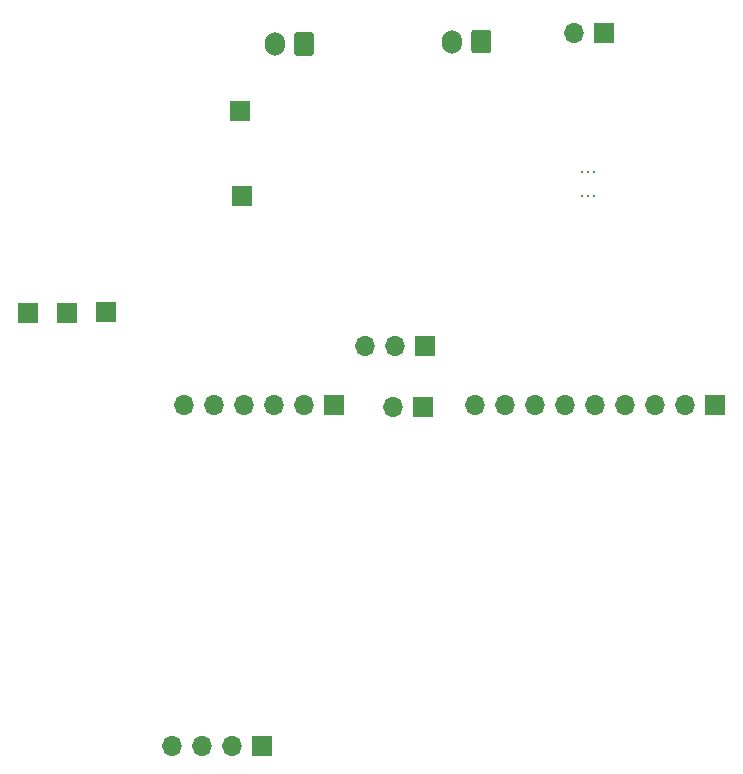
<source format=gbr>
%TF.GenerationSoftware,KiCad,Pcbnew,(5.1.8)-1*%
%TF.CreationDate,2021-01-16T10:33:32-08:00*%
%TF.ProjectId,spl_prototype,73706c5f-7072-46f7-946f-747970652e6b,rev?*%
%TF.SameCoordinates,Original*%
%TF.FileFunction,Soldermask,Bot*%
%TF.FilePolarity,Negative*%
%FSLAX46Y46*%
G04 Gerber Fmt 4.6, Leading zero omitted, Abs format (unit mm)*
G04 Created by KiCad (PCBNEW (5.1.8)-1) date 2021-01-16 10:33:32*
%MOMM*%
%LPD*%
G01*
G04 APERTURE LIST*
%ADD10O,1.700000X1.700000*%
%ADD11R,1.700000X1.700000*%
%ADD12C,0.200000*%
%ADD13O,1.700000X2.000000*%
G04 APERTURE END LIST*
D10*
%TO.C,J6*%
X139510000Y-22600000D03*
D11*
X142050000Y-22600000D03*
%TD*%
D12*
%TO.C,U7*%
X140260000Y-36350000D03*
X141260000Y-36350000D03*
X141260000Y-34350000D03*
X140260000Y-34350000D03*
X140760000Y-36350000D03*
X140760000Y-34350000D03*
%TD*%
D10*
%TO.C,TP2*%
X124260000Y-54200000D03*
D11*
X126800000Y-54200000D03*
%TD*%
%TO.C,TP7*%
X111400000Y-36400000D03*
%TD*%
%TO.C,TP6*%
X111300000Y-29200000D03*
%TD*%
%TO.C,TP5*%
X99900000Y-46200000D03*
%TD*%
%TO.C,TP4*%
X96600000Y-46300000D03*
%TD*%
%TO.C,TP3*%
X93300000Y-46300000D03*
%TD*%
D10*
%TO.C,JP1*%
X121820000Y-49100000D03*
X124360000Y-49100000D03*
D11*
X126900000Y-49100000D03*
%TD*%
D10*
%TO.C,J7*%
X105480000Y-82900000D03*
X108020000Y-82900000D03*
X110560000Y-82900000D03*
D11*
X113100000Y-82900000D03*
%TD*%
D10*
%TO.C,J4*%
X106500000Y-54100000D03*
X109040000Y-54100000D03*
X111580000Y-54100000D03*
X114120000Y-54100000D03*
X116660000Y-54100000D03*
D11*
X119200000Y-54100000D03*
%TD*%
D10*
%TO.C,J3*%
X131180000Y-54100000D03*
X133720000Y-54100000D03*
X136260000Y-54100000D03*
X138800000Y-54100000D03*
X141340000Y-54100000D03*
X143880000Y-54100000D03*
X146420000Y-54100000D03*
X148960000Y-54100000D03*
D11*
X151500000Y-54100000D03*
%TD*%
D13*
%TO.C,J2*%
X129200000Y-23300000D03*
G36*
G01*
X132550000Y-22550000D02*
X132550000Y-24050000D01*
G75*
G02*
X132300000Y-24300000I-250000J0D01*
G01*
X131100000Y-24300000D01*
G75*
G02*
X130850000Y-24050000I0J250000D01*
G01*
X130850000Y-22550000D01*
G75*
G02*
X131100000Y-22300000I250000J0D01*
G01*
X132300000Y-22300000D01*
G75*
G02*
X132550000Y-22550000I0J-250000D01*
G01*
G37*
%TD*%
%TO.C,J1*%
X114200000Y-23500000D03*
G36*
G01*
X117550000Y-22750000D02*
X117550000Y-24250000D01*
G75*
G02*
X117300000Y-24500000I-250000J0D01*
G01*
X116100000Y-24500000D01*
G75*
G02*
X115850000Y-24250000I0J250000D01*
G01*
X115850000Y-22750000D01*
G75*
G02*
X116100000Y-22500000I250000J0D01*
G01*
X117300000Y-22500000D01*
G75*
G02*
X117550000Y-22750000I0J-250000D01*
G01*
G37*
%TD*%
M02*

</source>
